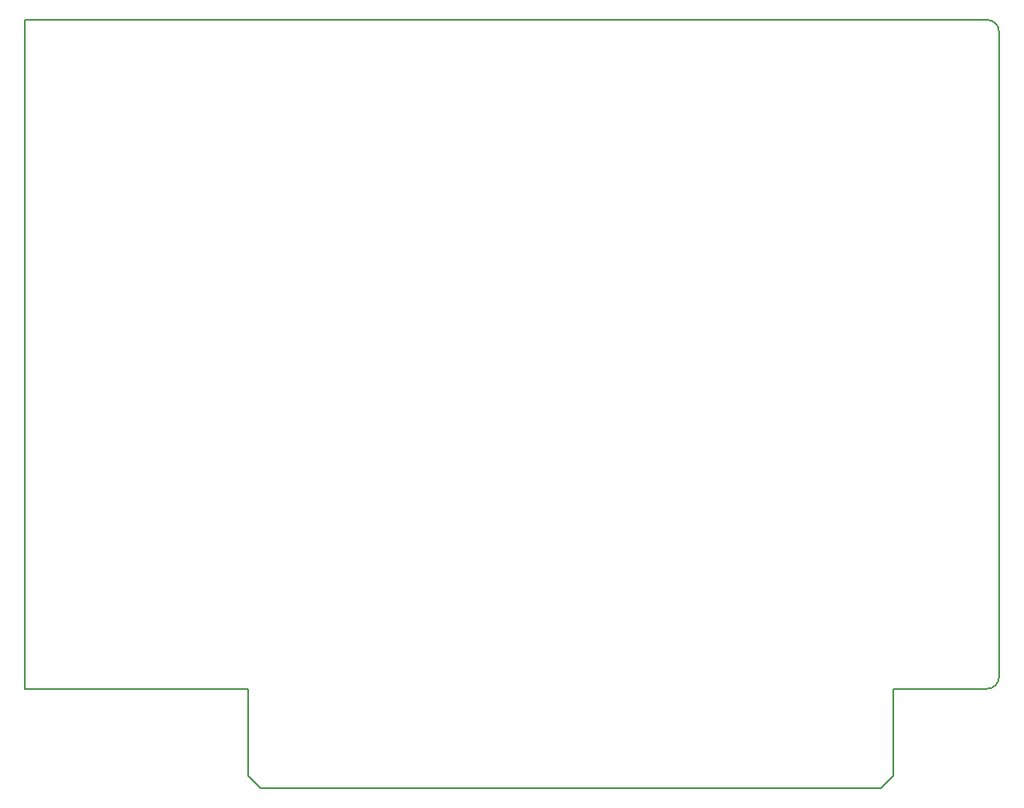
<source format=gm1>
G04 #@! TF.FileFunction,Profile,NP*
%FSLAX46Y46*%
G04 Gerber Fmt 4.6, Leading zero omitted, Abs format (unit mm)*
G04 Created by KiCad (PCBNEW 4.0.7) date 08/21/19 17:33:11*
%MOMM*%
%LPD*%
G01*
G04 APERTURE LIST*
%ADD10C,0.100000*%
%ADD11C,0.150000*%
G04 APERTURE END LIST*
D10*
D11*
X261620000Y-63500000D02*
X163195000Y-63500000D01*
X262890000Y-130810000D02*
X262890000Y-64770000D01*
X261620000Y-132080000D02*
X252095000Y-132080000D01*
X261620000Y-132080000D02*
G75*
G03X262890000Y-130810000I0J1270000D01*
G01*
X262890000Y-64770000D02*
G75*
G03X261620000Y-63500000I-1270000J0D01*
G01*
X163195000Y-132080000D02*
X186055000Y-132080000D01*
X163195000Y-63500000D02*
X163195000Y-132080000D01*
X186055000Y-140970000D02*
X186055000Y-132080000D01*
X187325000Y-142240000D02*
X186055000Y-140970000D01*
X250825000Y-142240000D02*
X187325000Y-142240000D01*
X252095000Y-140970000D02*
X250825000Y-142240000D01*
X252095000Y-140970000D02*
X252095000Y-132080000D01*
M02*

</source>
